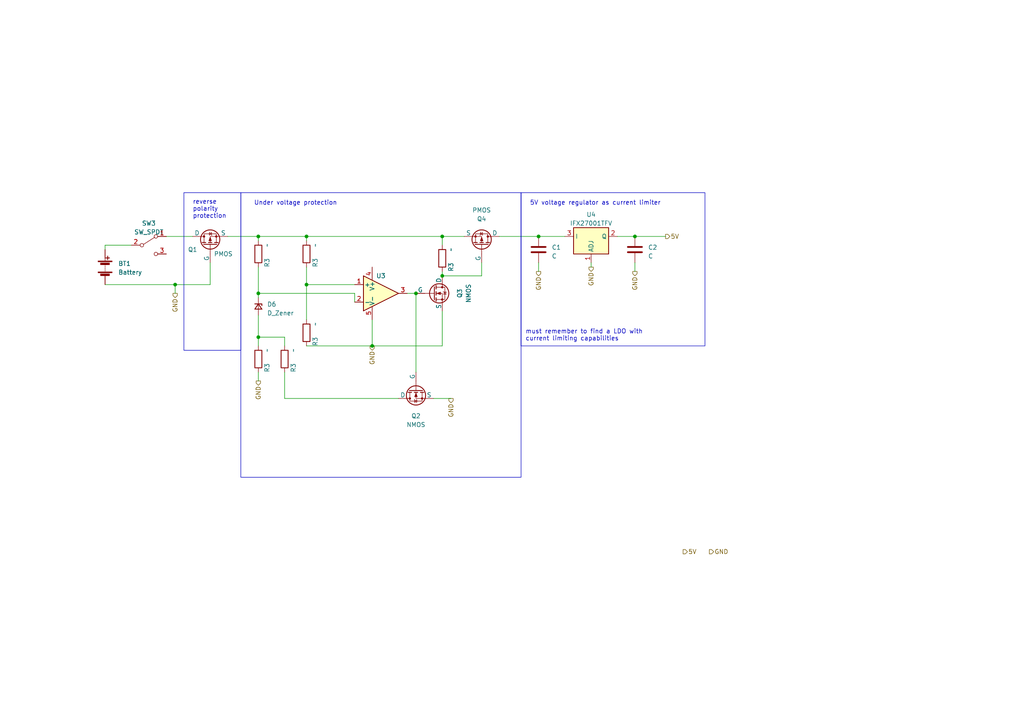
<source format=kicad_sch>
(kicad_sch (version 20230121) (generator eeschema)
  (paper "A4")
  (title_block (title "Team 10: WeMove Robot circuitry") (date "2023-08-07") (rev "v0.1") (company "University of Cape Town") (comment 1 "Author: Cameron Clark"))
  (lib_symbols
    (symbol "Device:Battery" (pin_numbers hide) (pin_names (offset 0) hide)
      (property "Reference" "BT" (at 2.54 2.54 0))
      (property "Value" "Battery" (at 2.54 0 0))
      (symbol "Battery_0_1"
        (rectangle (start -2.032 -1.397) (end 2.032 -1.651) (fill (type outline)))
        (rectangle (start -2.032 1.778) (end 2.032 1.524) (fill (type outline)))
        (rectangle (start -1.3208 -1.9812) (end 1.27 -2.4892) (fill (type outline)))
        (rectangle (start -1.3208 1.1938) (end 1.27 0.6858) (fill (type outline)))
        (polyline (pts (xy 0 -1.524) (xy 0 -1.27)))
        (polyline (pts (xy 0 -1.016) (xy 0 -0.762)))
        (polyline (pts (xy 0 -0.508) (xy 0 -0.254)))
        (polyline (pts (xy 0 0) (xy 0 0.254)))
        (polyline (pts (xy 0 0.508) (xy 0 0.762)))
        (polyline (pts (xy 0 1.778) (xy 0 2.54)))
        (polyline (pts (xy 0.254 2.667) (xy 1.27 2.667)) (stroke (width 0.254)))
        (polyline (pts (xy 0.762 3.175) (xy 0.762 2.159)) (stroke (width 0.254)))
      )
      (symbol "Battery_1_1"
        (pin passive line (at 0 5.08 270) (length 2.54) (name "+") (number "1"))
        (pin passive line (at 0 -5.08 90) (length 2.54) (name "-") (number "2"))
      )
    )
    (symbol "Device:C" (pin_numbers hide) (pin_names (offset 0.254))
      (property "Reference" "C" (at 0.635 2.54 0))
      (property "Value" "C" (at 0.635 -2.54 0))
      (symbol "C_0_1"
        (polyline (pts (xy -2.032 -0.762) (xy 2.032 -0.762)) (stroke (width 0.508)))
        (polyline (pts (xy -2.032 0.762) (xy 2.032 0.762)) (stroke (width 0.508)))
      )
      (symbol "C_1_1"
        (pin passive line (at 0 3.81 270) (length 2.794) (name "~") (number "1"))
        (pin passive line (at 0 -3.81 90) (length 2.794) (name "~") (number "2"))
      )
    )
    (symbol "Device:D_Zener_Small" (pin_numbers hide) (pin_names (offset 0.254) hide)
      (property "Reference" "D" (at 0 2.286 0))
      (property "Value" "D_Zener_Small" (at 0 -2.286 0))
      (symbol "D_Zener_Small_0_1"
        (polyline (pts (xy 0.762 0) (xy -0.762 0)))
        (polyline (pts (xy -0.254 1.016) (xy -0.762 1.016) (xy -0.762 -1.016)) (stroke (width 0.254)))
        (polyline (pts (xy 0.762 1.016) (xy -0.762 0) (xy 0.762 -1.016) (xy 0.762 1.016)) (stroke (width 0.254)))
      )
      (symbol "D_Zener_Small_1_1"
        (pin passive line (at -2.54 0 0) (length 1.778) (name "K") (number "1"))
        (pin passive line (at 2.54 0 180) (length 1.778) (name "A") (number "2"))
      )
    )
    (symbol "Device:R" (pin_numbers hide) (pin_names (offset 0))
      (property "Reference" "R" (at 2.032 0 90))
      (property "Value" "R" (at 0 0 90))
      (symbol "R_0_1"
        (rectangle (start -1.016 -2.54) (end 1.016 2.54) (stroke (width 0.254)))
      )
      (symbol "R_1_1"
        (pin passive line (at 0 3.81 270) (length 1.27) (name "~") (number "1"))
        (pin passive line (at 0 -3.81 90) (length 1.27) (name "~") (number "2"))
      )
    )
    (symbol "Regulator_Linear:IFX27001TFV"
      (property "Reference" "U" (at 0 6.35 0))
      (property "Value" "IFX27001TFV" (at 0 3.81 0))
      (symbol "IFX27001TFV_1_1"
        (rectangle (start -5.08 2.54) (end 5.08 -5.08) (stroke (width 0.254)) (fill (type background)))
        (pin input line (at 0 -7.62 90) (length 2.54) (name "ADJ") (number "1"))
        (pin power_out line (at 7.62 0 180) (length 2.54) (name "Q") (number "2"))
        (pin power_in line (at -7.62 0 0) (length 2.54) (name "I") (number "3"))
      )
    )
    (symbol "Simulation_SPICE:NMOS" (pin_numbers hide) (pin_names (offset 0))
      (property "Reference" "Q" (at 5.08 1.27 0))
      (property "Value" "NMOS" (at 5.08 -1.27 0))
      (symbol "NMOS_0_1"
        (polyline (pts (xy 0.254 0) (xy -2.54 0)))
        (polyline (pts (xy 0.254 1.905) (xy 0.254 -1.905)) (stroke (width 0.254)))
        (polyline (pts (xy 0.762 -1.27) (xy 0.762 -2.286)) (stroke (width 0.254)))
        (polyline (pts (xy 0.762 0.508) (xy 0.762 -0.508)) (stroke (width 0.254)))
        (polyline (pts (xy 0.762 2.286) (xy 0.762 1.27)) (stroke (width 0.254)))
        (polyline (pts (xy 2.54 2.54) (xy 2.54 1.778)))
        (polyline (pts (xy 2.54 -2.54) (xy 2.54 0) (xy 0.762 0)))
        (polyline (pts (xy 0.762 -1.778) (xy 3.302 -1.778) (xy 3.302 1.778) (xy 0.762 1.778)))
        (polyline (pts (xy 1.016 0) (xy 2.032 0.381) (xy 2.032 -0.381) (xy 1.016 0)) (fill (type outline)))
        (polyline (pts (xy 2.794 0.508) (xy 2.921 0.381) (xy 3.683 0.381) (xy 3.81 0.254)))
        (polyline (pts (xy 3.302 0.381) (xy 2.921 -0.254) (xy 3.683 -0.254) (xy 3.302 0.381)))
        (circle (center 1.651 0) (radius 2.794) (stroke (width 0.254)))
        (circle (center 2.54 -1.778) (radius 0.254) (fill (type outline)))
        (circle (center 2.54 1.778) (radius 0.254) (fill (type outline)))
      )
      (symbol "NMOS_1_1"
        (pin passive line (at 2.54 5.08 270) (length 2.54) (name "D") (number "1"))
        (pin input line (at -5.08 0 0) (length 2.54) (name "G") (number "2"))
        (pin passive line (at 2.54 -5.08 90) (length 2.54) (name "S") (number "3"))
      )
    )
    (symbol "Simulation_SPICE:OPAMP" (pin_names (offset 0.254))
      (property "Reference" "U" (at 3.81 3.175 0))
      (property "Value" "${SIM.PARAMS}" (at 3.81 -3.175 0))
      (symbol "OPAMP_0_1"
        (polyline (pts (xy 5.08 0) (xy -5.08 5.08) (xy -5.08 -5.08) (xy 5.08 0)) (stroke (width 0.254)) (fill (type background)))
      )
      (symbol "OPAMP_1_1"
        (pin input line (at -7.62 2.54 0) (length 2.54) (name "+") (number "1"))
        (pin input line (at -7.62 -2.54 0) (length 2.54) (name "-") (number "2"))
        (pin output line (at 7.62 0 180) (length 2.54) (name "~") (number "3"))
        (pin power_in line (at -2.54 7.62 270) (length 3.81) (name "V+") (number "4"))
        (pin power_in line (at -2.54 -7.62 90) (length 3.81) (name "V-") (number "5"))
      )
    )
    (symbol "Simulation_SPICE:PMOS" (pin_numbers hide) (pin_names (offset 0))
      (property "Reference" "Q" (at 5.08 1.27 0))
      (property "Value" "PMOS" (at 5.08 -1.27 0))
      (symbol "PMOS_0_1"
        (polyline (pts (xy 0.254 0) (xy -2.54 0)))
        (polyline (pts (xy 0.254 1.905) (xy 0.254 -1.905)) (stroke (width 0.254)))
        (polyline (pts (xy 0.762 -1.27) (xy 0.762 -2.286)) (stroke (width 0.254)))
        (polyline (pts (xy 0.762 0.508) (xy 0.762 -0.508)) (stroke (width 0.254)))
        (polyline (pts (xy 0.762 2.286) (xy 0.762 1.27)) (stroke (width 0.254)))
        (polyline (pts (xy 2.54 2.54) (xy 2.54 1.778)))
        (polyline (pts (xy 2.54 -2.54) (xy 2.54 0) (xy 0.762 0)))
        (polyline (pts (xy 0.762 1.778) (xy 3.302 1.778) (xy 3.302 -1.778) (xy 0.762 -1.778)))
        (polyline (pts (xy 2.286 0) (xy 1.27 0.381) (xy 1.27 -0.381) (xy 2.286 0)) (fill (type outline)))
        (polyline (pts (xy 2.794 -0.508) (xy 2.921 -0.381) (xy 3.683 -0.381) (xy 3.81 -0.254)))
        (polyline (pts (xy 3.302 -0.381) (xy 2.921 0.254) (xy 3.683 0.254) (xy 3.302 -0.381)))
        (circle (center 1.651 0) (radius 2.794) (stroke (width 0.254)))
        (circle (center 2.54 -1.778) (radius 0.254) (fill (type outline)))
        (circle (center 2.54 1.778) (radius 0.254) (fill (type outline)))
      )
      (symbol "PMOS_1_1"
        (pin passive line (at 2.54 5.08 270) (length 2.54) (name "D") (number "1"))
        (pin input line (at -5.08 0 0) (length 2.54) (name "G") (number "2"))
        (pin passive line (at 2.54 -5.08 90) (length 2.54) (name "S") (number "3"))
      )
    )
    (symbol "Switch:SW_SPDT" (pin_names (offset 0) hide)
      (property "Reference" "SW" (at 0 4.318 0))
      (property "Value" "SW_SPDT" (at 0 -5.08 0))
      (symbol "SW_SPDT_0_0"
        (circle (center -2.032 0) (radius 0.508))
        (circle (center 2.032 -2.54) (radius 0.508))
      )
      (symbol "SW_SPDT_0_1"
        (polyline (pts (xy -1.524 0.254) (xy 1.651 2.286)))
        (circle (center 2.032 2.54) (radius 0.508))
      )
      (symbol "SW_SPDT_1_1"
        (pin passive line (at 5.08 2.54 180) (length 2.54) (name "A") (number "1"))
        (pin passive line (at -5.08 0 0) (length 2.54) (name "B") (number "2"))
        (pin passive line (at 5.08 -2.54 180) (length 2.54) (name "C") (number "3"))
      )
    )
  )
  (junction (at 88.9 68.58))
  (junction (at 128.27 68.58))
  (junction (at 184.15 68.58))
  (junction (at 128.27 80.01))
  (junction (at 156.21 68.58))
  (junction (at 74.93 97.79))
  (junction (at 107.95 100.33))
  (junction (at 74.93 85.09))
  (junction (at 50.8 82.55))
  (junction (at 120.65 85.09))
  (junction (at 88.9 82.55))
  (junction (at 74.93 68.58))
  (wire (pts (xy 184.15 68.58) (xy 193.04 68.58)))
  (wire (pts (xy 50.8 82.55) (xy 50.8 85.09)))
  (wire (pts (xy 74.93 68.58) (xy 88.9 68.58)))
  (wire (pts (xy 74.93 107.95) (xy 74.93 110.49)))
  (wire (pts (xy 156.21 68.58) (xy 163.83 68.58)))
  (wire (pts (xy 139.7 76.2) (xy 139.7 80.01)))
  (wire (pts (xy 125.73 115.57) (xy 130.81 115.57)))
  (wire (pts (xy 30.48 71.12) (xy 38.1 71.12)))
  (wire (pts (xy 88.9 77.47) (xy 88.9 82.55)))
  (wire (pts (xy 88.9 100.33) (xy 107.95 100.33)))
  (wire (pts (xy 88.9 68.58) (xy 128.27 68.58)))
  (wire (pts (xy 128.27 90.17) (xy 128.27 100.33)))
  (wire (pts (xy 88.9 68.58) (xy 88.9 69.85)))
  (wire (pts (xy 74.93 68.58) (xy 74.93 69.85)))
  (wire (pts (xy 184.15 76.2) (xy 184.15 78.74)))
  (wire (pts (xy 30.48 72.39) (xy 30.48 71.12)))
  (wire (pts (xy 82.55 107.95) (xy 82.55 115.57)))
  (wire (pts (xy 74.93 85.09) (xy 102.87 85.09)))
  (wire (pts (xy 60.96 76.2) (xy 60.96 82.55)))
  (wire (pts (xy 74.93 97.79) (xy 74.93 100.33)))
  (wire (pts (xy 128.27 80.01) (xy 139.7 80.01)))
  (wire (pts (xy 88.9 82.55) (xy 102.87 82.55)))
  (wire (pts (xy 128.27 68.58) (xy 134.62 68.58)))
  (wire (pts (xy 118.11 85.09) (xy 120.65 85.09)))
  (wire (pts (xy 74.93 91.44) (xy 74.93 97.79)))
  (wire (pts (xy 120.65 85.09) (xy 120.65 107.95)))
  (wire (pts (xy 144.78 68.58) (xy 156.21 68.58)))
  (wire (pts (xy 179.07 68.58) (xy 184.15 68.58)))
  (wire (pts (xy 74.93 85.09) (xy 74.93 86.36)))
  (wire (pts (xy 156.21 76.2) (xy 156.21 78.74)))
  (wire (pts (xy 88.9 82.55) (xy 88.9 92.71)))
  (wire (pts (xy 60.96 82.55) (xy 50.8 82.55)))
  (wire (pts (xy 82.55 97.79) (xy 82.55 100.33)))
  (wire (pts (xy 171.45 76.2) (xy 171.45 77.47)))
  (wire (pts (xy 82.55 115.57) (xy 115.57 115.57)))
  (wire (pts (xy 128.27 68.58) (xy 128.27 71.12)))
  (wire (pts (xy 128.27 78.74) (xy 128.27 80.01)))
  (wire (pts (xy 102.87 85.09) (xy 102.87 87.63)))
  (wire (pts (xy 74.93 77.47) (xy 74.93 85.09)))
  (wire (pts (xy 66.04 68.58) (xy 74.93 68.58)))
  (wire (pts (xy 48.26 68.58) (xy 55.88 68.58)))
  (wire (pts (xy 107.95 100.33) (xy 107.95 92.71)))
  (wire (pts (xy 74.93 97.79) (xy 82.55 97.79)))
  (wire (pts (xy 128.27 100.33) (xy 107.95 100.33)))
  (wire (pts (xy 30.48 82.55) (xy 50.8 82.55)))
  (rectangle (start 69.85 55.88) (end 151.13 138.43))
  (rectangle (start 53.34 55.88) (end 69.85 101.6))
  (rectangle (start 151.13 55.88) (end 204.47 100.33))
  (text "reverse \npolarity \nprotection" (at 55.88 63.5 0) (effects (font (size 1.27 1.27)) (justify left bottom)))
  (text "5V voltage regulator as current limiter" (at 153.67 59.69 0) (effects (font (size 1.27 1.27)) (justify left bottom)))
  (text "must remember to find a LDO with \ncurrent limiting capabilities" (at 152.4 99.06 0) (effects (font (size 1.27 1.27)) (justify left bottom)))
  (text "Under voltage protection" (at 73.66 59.69 0) (effects (font (size 1.27 1.27)) (justify left bottom)))
  (hierarchical_label "GND" (shape output) (at 107.95 100.33 270))
  (hierarchical_label "5V" (shape output) (at 198.12 160.02 0))
  (hierarchical_label "GND" (shape output) (at 205.74 160.02 0))
  (hierarchical_label "GND" (shape output) (at 156.21 78.74 270))
  (hierarchical_label "GND" (shape output) (at 74.93 110.49 270))
  (hierarchical_label "GND" (shape output) (at 130.81 115.57 270))
  (hierarchical_label "GND" (shape output) (at 184.15 78.74 270))
  (hierarchical_label "5V" (shape output) (at 193.04 68.58 0))
  (hierarchical_label "GND" (shape output) (at 171.45 77.47 270))
  (hierarchical_label "GND" (shape output) (at 50.8 85.09 270))
  (symbol (lib_id "Switch:SW_SPDT") (at 43.18 71.12 0) (unit 1)
    (property "Reference" "SW3" (at 43.18 64.77 0))
    (property "Value" "SW_SPDT" (at 43.18 67.31 0))
  )
  (symbol (lib_id "Device:R") (at 74.93 104.14 0) (unit 1)
    (property "Reference" "R3" (at 77.47 106.68 90))
    (property "Value" "~" (at 77.47 101.6 90))
    (instances (project "Arduino" (path "" (reference "R3") (unit 1))) (project "KiCad" (path "" (reference "R3") (unit 1)) (path "" (reference "R2") (unit 1))))
  )
  (symbol (lib_id "Device:R") (at 88.9 96.52 0) (unit 1)
    (property "Reference" "R3" (at 91.44 99.06 90))
    (property "Value" "~" (at 91.44 93.98 90))
    (instances (project "Arduino" (path "" (reference "R3") (unit 1))) (project "KiCad" (path "" (reference "R3") (unit 1)) (path "" (reference "R9") (unit 1))))
  )
  (symbol (lib_id "Device:R") (at 88.9 73.66 0) (unit 1)
    (property "Reference" "R3" (at 91.44 76.2 90))
    (property "Value" "~" (at 91.44 71.12 90))
    (instances (project "Arduino" (path "" (reference "R3") (unit 1))) (project "KiCad" (path "" (reference "R3") (unit 1)) (path "" (reference "R8") (unit 1))))
  )
  (symbol (lib_id "Simulation_SPICE:PMOS") (at 60.96 71.12 90) (unit 1)
    (property "Reference" "Q1" (at 55.88 72.39 90))
    (property "Value" "PMOS" (at 64.77 73.66 90))
    (property "Datasheet" "https://ngspice.sourceforge.io/docs/ngspice-manual.pdf" (effects hide))
    (property "Sim.Device" "PMOS" (effects hide))
    (property "Sim.Type" "VDMOS" (effects hide))
    (property "Sim.Pins" "1=D 2=G 3=S" (effects hide))
  )
  (symbol (lib_id "Simulation_SPICE:PMOS") (at 139.7 71.12 270) (mirror x) (unit 1)
    (property "Reference" "Q4" (at 139.7 63.5 90))
    (property "Value" "PMOS" (at 139.7 60.96 90))
    (property "Datasheet" "https://ngspice.sourceforge.io/docs/ngspice-manual.pdf" (effects hide))
    (property "Sim.Device" "PMOS" (effects hide))
    (property "Sim.Type" "VDMOS" (effects hide))
    (property "Sim.Pins" "1=D 2=G 3=S" (effects hide))
  )
  (symbol (lib_id "Device:Battery") (at 30.48 77.47 0) (unit 1)
    (property "Reference" "BT1" (at 34.29 76.454 0) (effects (justify left)))
    (property "Value" "Battery" (at 34.29 78.994 0) (effects (justify left)))
  )
  (symbol (lib_id "Regulator_Linear:IFX27001TFV") (at 171.45 68.58 0) (unit 1)
    (property "Reference" "U4" (at 171.45 62.23 0))
    (property "Value" "IFX27001TFV" (at 171.45 64.77 0))
    (property "Footprint" "Package_TO_SOT_SMD:TO-252-3_TabPin2" (effects hide))
    (property "Datasheet" "https://static6.arrow.com/aropdfconversion/dc75757ae45a88e5f69bdce3f2a651a5fe0ca07d/ifx27001_ds_10.pdf" (effects hide))
  )
  (symbol (lib_id "Device:R") (at 74.93 73.66 0) (unit 1)
    (property "Reference" "R3" (at 77.47 76.2 90))
    (property "Value" "~" (at 77.47 71.12 90))
    (instances (project "Arduino" (path "" (reference "R3") (unit 1))) (project "KiCad" (path "" (reference "R3") (unit 1)) (path "" (reference "R1") (unit 1))))
  )
  (symbol (lib_id "Simulation_SPICE:OPAMP") (at 110.49 85.09 0) (unit 1)
    (property "Reference" "U3" (at 110.49 80.01 0))
    (property "Value" "${SIM.PARAMS}" (at 133.35 84.2011 0))
    (property "Sim.Pins" "1=1 2=2 3=3 4=4 5=5" (effects hide))
    (property "Sim.Device" "SPICE" (effects hide))
  )
  (symbol (lib_id "Simulation_SPICE:NMOS") (at 120.65 113.03 90) (mirror x) (unit 1)
    (property "Reference" "Q2" (at 120.65 120.65 90))
    (property "Value" "NMOS" (at 120.65 123.19 90))
    (property "Datasheet" "https://ngspice.sourceforge.io/docs/ngspice-manual.pdf" (effects hide))
    (property "Sim.Device" "NMOS" (effects hide))
    (property "Sim.Type" "VDMOS" (effects hide))
    (property "Sim.Pins" "1=D 2=G 3=S" (effects hide))
  )
  (symbol (lib_id "Simulation_SPICE:NMOS") (at 125.73 85.09 0) (unit 1)
    (property "Reference" "Q3" (at 133.35 85.09 90))
    (property "Value" "NMOS" (at 135.89 85.09 90))
    (property "Datasheet" "https://ngspice.sourceforge.io/docs/ngspice-manual.pdf" (effects hide))
    (property "Sim.Device" "NMOS" (effects hide))
    (property "Sim.Type" "VDMOS" (effects hide))
    (property "Sim.Pins" "1=D 2=G 3=S" (effects hide))
  )
  (symbol (lib_id "Device:C") (at 184.15 72.39 0) (unit 1)
    (property "Reference" "C2" (at 187.96 71.755 0) (effects (justify left)))
    (property "Value" "C" (at 187.96 74.295 0) (effects (justify left)))
  )
  (symbol (lib_id "Device:C") (at 156.21 72.39 0) (unit 1)
    (property "Reference" "C1" (at 160.02 71.755 0) (effects (justify left)))
    (property "Value" "C" (at 160.02 74.295 0) (effects (justify left)))
  )
  (symbol (lib_id "Device:D_Zener_Small") (at 74.93 88.9 270) (unit 1)
    (property "Reference" "D6" (at 77.47 88.265 90) (effects (justify left)))
    (property "Value" "D_Zener" (at 77.47 90.805 90) (effects (justify left)))
  )
  (symbol (lib_id "Device:R") (at 82.55 104.14 0) (unit 1)
    (property "Reference" "R3" (at 85.09 106.68 90))
    (property "Value" "~" (at 85.09 101.6 90))
    (instances (project "Arduino" (path "" (reference "R3") (unit 1))) (project "KiCad" (path "" (reference "R3") (unit 1)) (path "" (reference "R10") (unit 1))))
  )
  (symbol (lib_id "Device:R") (at 128.27 74.93 0) (unit 1)
    (property "Reference" "R3" (at 130.81 77.47 90))
    (property "Value" "~" (at 130.81 72.39 90))
    (instances (project "Arduino" (path "" (reference "R3") (unit 1))) (project "KiCad" (path "" (reference "R3") (unit 1)) (path "" (reference "R11") (unit 1))))
  )
)
</source>
